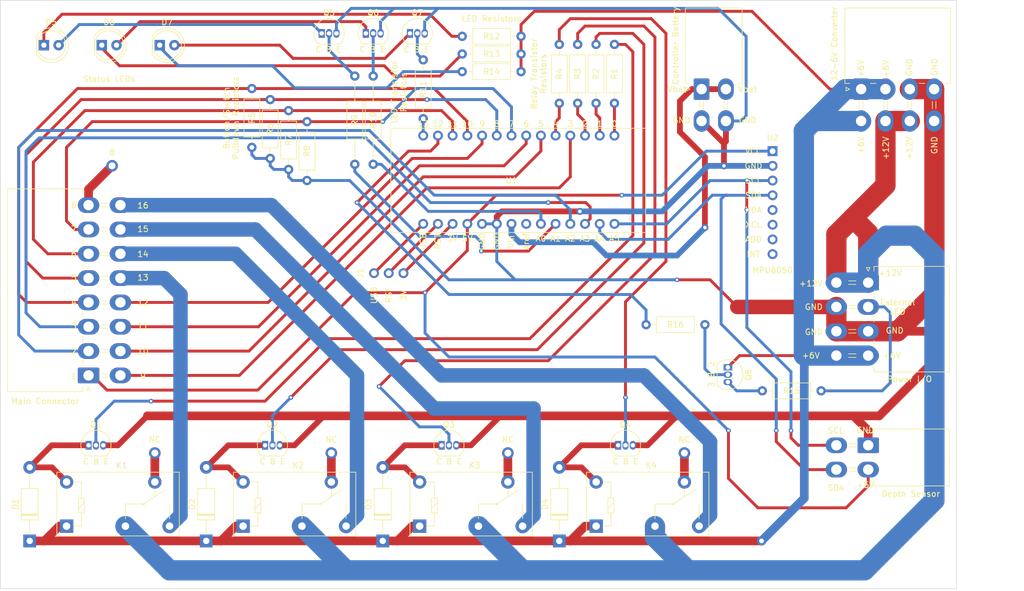
<source format=kicad_pcb>
(kicad_pcb (version 20221018) (generator pcbnew)
  (title_block (title "Umptysquatch X Electronics") (date "12/15/2022") (rev "1") (company "Sussex Tech Engineering"))
  (layers (0 "F.Cu" signal) (31 "B.Cu" signal) (34 "B.Paste" user) (35 "F.Paste" user) (36 "B.SilkS" user "B.Silkscreen") (37 "F.SilkS" user "F.Silkscreen") (38 "B.Mask" user) (39 "F.Mask" user) (44 "Edge.Cuts" user))
  (net 0 "")
  (footprint "Resistor_THT:R_Axial_DIN0207_L6.3mm_D2.5mm_P10.16mm_Horizontal" (layer "F.Cu") (at 105.2195 74.93 90)
    (fp_text reference "R7")
    (fp_text value "R_Axial_DIN0207_L6.3mm_D2.5mm_P10.16mm_Horizontal" hide)
  )
  (footprint "Resistor_THT:R_Axial_DIN0207_L6.3mm_D2.5mm_P10.16mm_Horizontal" (layer "F.Cu") (at 161.4805 63.5 90)
    (fp_text reference "R1")
    (fp_text value "R_Axial_DIN0207_L6.3mm_D2.5mm_P10.16mm_Horizontal" hide)
  )
  (footprint "Connector_Molex:Molex_Mini-Fit_Jr_5569-08A2_2x04_P4.20mm_Horizontal" (layer "F.Cu") (at 204.0755 61.06)
    (fp_text reference "12-6V Converter")
    (fp_text value "Molex_Mini-Fit_Jr_5569-08A2_2x04_P4.20mm_Horizontal")
  )
  (footprint "Diode_THT:D_DO-41_SOD81_P12.70mm_Horizontal" (layer "F.Cu") (at 60.5155 139.065 90)
    (fp_text reference "D1")
    (fp_text value "D_DO-41_SOD81_P12.70mm_Horizontal")
  )
  (footprint "Package_TO_SOT_THT:TO-92_Inline" (layer "F.Cu") (at 126.1745 51.435)
    (fp_text reference "Q7")
    (fp_text value "TO-92_Inline")
  )
  (footprint "Package_TO_SOT_THT:TO-92_Inline" (layer "F.Cu") (at 118.5545 51.435)
    (fp_text reference "Q6")
    (fp_text value "TO-92_Inline")
  )
  (footprint "LED_THT:LED_D5.0mm" (layer "F.Cu") (at 62.9615 53.467)
    (fp_text reference "D5")
    (fp_text value "LED_D5.0mm")
  )
  (footprint "Resistor_THT:R_Axial_DIN0207_L6.3mm_D2.5mm_P10.16mm_Horizontal" (layer "F.Cu") (at 102.0445 73.025 90)
    (fp_text reference "R6")
    (fp_text value "R_Axial_DIN0207_L6.3mm_D2.5mm_P10.16mm_Horizontal" hide)
  )
  (footprint "Resistor_THT:R_Axial_DIN0207_L6.3mm_D2.5mm_P10.16mm_Horizontal" (layer "F.Cu") (at 158.3055 63.5 90)
    (fp_text reference "R2")
    (fp_text value "R_Axial_DIN0207_L6.3mm_D2.5mm_P10.16mm_Horizontal" hide)
  )
  (footprint "Diode_THT:D_DO-41_SOD81_P12.70mm_Horizontal" (layer "F.Cu") (at 90.9955 139.065 90)
    (fp_text reference "D2")
    (fp_text value "D_DO-41_SOD81_P12.70mm_Horizontal")
  )
  (footprint "Package_TO_SOT_THT:TO-92_Inline" (layer "F.Cu") (at 131.6355 122.555)
    (fp_text reference "Q3")
    (fp_text value "TO-92_Inline")
  )
  (footprint "Relay_THT:Relay_SPDT_Omron-G5Q-1" (layer "F.Cu") (at 97.3605 136.515)
    (fp_text reference "K2")
    (fp_text value "Relay_SPDT_Omron-G5Q-1")
  )
  (footprint "Package_TO_SOT_THT:TO-92_Inline" (layer "F.Cu") (at 110.9345 51.435)
    (fp_text reference "Q5")
    (fp_text value "TO-92_Inline")
  )
  (footprint "LED_THT:LED_D5.0mm" (layer "F.Cu") (at 82.9615 53.467)
    (fp_text reference "D7")
    (fp_text value "LED_D5.0mm")
  )
  (footprint "Connector_PinHeader_2.54mm:PinHeader_1x03_P2.54mm_Vertical" (layer "F.Cu") (at 119.9665 92.837 90)
    (fp_text reference "J1")
    (fp_text value "PinHeader_1x03_P2.54mm_Vertical" hide)
  )
  (footprint "Connector_Molex:Molex_Mini-Fit_Jr_5569-04A2_2x02_P4.20mm_Horizontal" (layer "F.Cu") (at 176.5255 61.06)
    (fp_text reference "Controller Battery")
    (fp_text value "Molex_Mini-Fit_Jr_5569-04A2_2x02_P4.20mm_Horizontal")
  )
  (footprint "Resistor_THT:R_Axial_DIN0207_L6.3mm_D2.5mm_P10.16mm_Horizontal" (layer "F.Cu") (at 151.9555 63.5 90)
    (fp_text reference "R4")
    (fp_text value "R_Axial_DIN0207_L6.3mm_D2.5mm_P10.16mm_Horizontal" hide)
  )
  (footprint "Resistor_THT:R_Axial_DIN0207_L6.3mm_D2.5mm_P15.24mm_Horizontal" (layer "F.Cu") (at 119.8245 58.801 -90)
    (fp_text reference "R10")
    (fp_text value "R_Axial_DIN0207_L6.3mm_D2.5mm_P15.24mm_Horizontal" hide)
  )
  (footprint "Package_TO_SOT_THT:TO-92_Inline" (layer "F.Cu") (at 181.0595 109.093 -90)
    (fp_text reference "Q8")
    (fp_text value "TO-92_Inline")
  )
  (footprint "Relay_THT:Relay_SPDT_Omron-G5Q-1" (layer "F.Cu") (at 127.8405 136.515)
    (fp_text reference "K3")
    (fp_text value "Relay_SPDT_Omron-G5Q-1")
  )
  (footprint "Resistor_THT:R_Axial_DIN0207_L6.3mm_D2.5mm_P10.16mm_Horizontal" (layer "F.Cu") (at 108.3945 76.835 90)
    (fp_text reference "R8")
    (fp_text value "R_Axial_DIN0207_L6.3mm_D2.5mm_P10.16mm_Horizontal" hide)
  )
  (footprint "custom_footprints:metro_mini" (layer "F.Cu") (at 143.7005 76.2)
    (fp_text reference "U1")
    (fp_text value "metro_mini")
  )
  (footprint "Resistor_THT:R_Axial_DIN0207_L6.3mm_D2.5mm_P10.16mm_Horizontal" (layer "F.Cu") (at 128.4605 66.167 90)
    (fp_text reference "R11")
    (fp_text value "R_Axial_DIN0207_L6.3mm_D2.5mm_P10.16mm_Horizontal" hide)
  )
  (footprint "Resistor_THT:R_Axial_DIN0207_L6.3mm_D2.5mm_P10.16mm_Horizontal" (layer "F.Cu") (at 177.1015 101.727 180)
    (fp_text reference "R16")
    (fp_text value "R_Axial_DIN0207_L6.3mm_D2.5mm_P10.16mm_Horizontal" hide)
  )
  (footprint "Connector_Molex:Molex_Mini-Fit_Jr_5569-08A2_2x04_P4.20mm_Horizontal" (layer "F.Cu") (at 205.2955 94.47 -90)
    (fp_text reference "Power I/O")
    (fp_text value "Molex_Mini-Fit_Jr_5569-08A2_2x04_P4.20mm_Horizontal")
  )
  (footprint "Package_TO_SOT_THT:TO-92_Inline" (layer "F.Cu") (at 162.1155 122.555)
    (fp_text reference "Q4")
    (fp_text value "TO-92_Inline")
  )
  (footprint "Resistor_THT:R_Axial_DIN0207_L6.3mm_D2.5mm_P10.16mm_Horizontal" (layer "F.Cu") (at 98.8695 71.12 90)
    (fp_text reference "R5")
    (fp_text value "R_Axial_DIN0207_L6.3mm_D2.5mm_P10.16mm_Horizontal" hide)
  )
  (footprint "Resistor_THT:R_Axial_DIN0207_L6.3mm_D2.5mm_P10.16mm_Horizontal" (layer "F.Cu") (at 145.3515 54.991 180)
    (fp_text reference "R13")
    (fp_text value "R_Axial_DIN0207_L6.3mm_D2.5mm_P10.16mm_Horizontal" hide)
  )
  (footprint "Connector_PinHeader_2.54mm:PinHeader_1x01_P2.54mm_Vertical" (layer "F.Cu") (at 74.7395 74.295)
    (fp_text reference "8")
    (fp_text value "PinHeader_1x01_P2.54mm_Vertical" hide)
  )
  (footprint "Resistor_THT:R_Axial_DIN0207_L6.3mm_D2.5mm_P10.16mm_Horizontal" (layer "F.Cu") (at 155.1305 63.5 90)
    (fp_text reference "R3")
    (fp_text value "R_Axial_DIN0207_L6.3mm_D2.5mm_P10.16mm_Horizontal" hide)
  )
  (footprint "Connector_PinHeader_2.54mm:PinHeader_1x01_P2.54mm_Vertical" (layer "F.Cu") (at 112.6005 123.895)
    (fp_text reference "NC")
    (fp_text value "PinHeader_1x01_P2.54mm_Vertical" hide)
  )
  (footprint "Connector_PinHeader_2.54mm:PinHeader_1x01_P2.54mm_Vertical" (layer "F.Cu") (at 143.0805 123.895)
    (fp_text reference "NC")
    (fp_text value "PinHeader_1x01_P2.54mm_Vertical" hide)
  )
  (footprint "Package_TO_SOT_THT:TO-92_Inline" (layer "F.Cu") (at 70.6755 122.555)
    (fp_text reference "Q1")
    (fp_text value "TO-92_Inline")
  )
  (footprint "Relay_THT:Relay_SPDT_Omron-G5Q-1" (layer "F.Cu") (at 158.3205 136.515)
    (fp_text reference "K4")
    (fp_text value "Relay_SPDT_Omron-G5Q-1")
  )
  (footprint "Resistor_THT:R_Axial_DIN0207_L6.3mm_D2.5mm_P10.16mm_Horizontal" (layer "F.Cu") (at 145.3515 58.039 180)
    (fp_text reference "R14")
    (fp_text value "R_Axial_DIN0207_L6.3mm_D2.5mm_P10.16mm_Horizontal" hide)
  )
  (footprint "Connector_Molex:Molex_Mini-Fit_Jr_5569-04A2_2x02_P4.20mm_Horizontal" (layer "F.Cu") (at 205.2955 122.555 -90)
    (fp_text reference "Depth Sensor")
    (fp_text value "Molex_Mini-Fit_Jr_5569-04A2_2x02_P4.20mm_Horizontal")
  )
  (footprint "Resistor_THT:R_Axial_DIN0207_L6.3mm_D2.5mm_P10.16mm_Horizontal" (layer "F.Cu") (at 145.3515 51.943 180)
    (fp_text reference "R12")
    (fp_text value "R_Axial_DIN0207_L6.3mm_D2.5mm_P10.16mm_Horizontal" hide)
  )
  (footprint "Relay_THT:Relay_SPDT_Omron-G5Q-1" (layer "F.Cu") (at 66.8805 136.515)
    (fp_text reference "K1")
    (fp_text value "Relay_SPDT_Omron-G5Q-1")
  )
  (footprint "LED_THT:LED_D5.0mm" (layer "F.Cu") (at 72.9615 53.467)
    (fp_text reference "D6")
    (fp_text value "LED_D5.0mm")
  )
  (footprint "Diode_THT:D_DO-41_SOD81_P12.70mm_Horizontal" (layer "F.Cu") (at 121.4755 139.065 90)
    (fp_text reference "D3")
    (fp_text value "D_DO-41_SOD81_P12.70mm_Horizontal")
  )
  (footprint "Connector_PinHeader_2.54mm:PinHeader_1x01_P2.54mm_Vertical" (layer "F.Cu") (at 82.1205 123.895)
    (fp_text reference "NC")
    (fp_text value "PinHeader_1x01_P2.54mm_Vertical" hide)
  )
  (footprint "Resistor_THT:R_Axial_DIN0207_L6.3mm_D2.5mm_P15.24mm_Horizontal" (layer "F.Cu") (at 116.6495 58.801 -90)
    (fp_text reference "R9")
    (fp_text value "R_Axial_DIN0207_L6.3mm_D2.5mm_P15.24mm_Horizontal" hide)
  )
  (footprint "Resistor_THT:R_Axial_DIN0207_L6.3mm_D2.5mm_P10.16mm_Horizontal" (layer "F.Cu") (at 197.1675 113.157 180)
    (fp_text reference "R15")
    (fp_text value "R_Axial_DIN0207_L6.3mm_D2.5mm_P10.16mm_Horizontal" hide)
  )
  (footprint "Diode_THT:D_DO-41_SOD81_P12.70mm_Horizontal" (layer "F.Cu") (at 151.9555 139.065 90)
    (fp_text reference "D4")
    (fp_text value "D_DO-41_SOD81_P12.70mm_Horizontal")
  )
  (footprint "Connector_Molex:Molex_Mini-Fit_Jr_5569-16A2_2x08_P4.20mm_Horizontal" (layer "F.Cu") (at 70.6755 110.49 90)
    (fp_text reference "Main Connector")
    (fp_text value "Molex_Mini-Fit_Jr_5569-16A2_2x08_P4.20mm_Horizontal")
  )
  (footprint "Package_TO_SOT_THT:TO-92_Inline" (layer "F.Cu") (at 101.1555 122.555)
    (fp_text reference "Q2")
    (fp_text value "TO-92_Inline")
  )
  (footprint "custom_footprints:mpu6050" (layer "F.Cu") (at 188.7855 79.39)
    (fp_text reference "U2")
    (fp_text value "mpu6050")
  )
  (footprint "Connector_PinHeader_2.54mm:PinHeader_1x01_P2.54mm_Vertical" (layer "F.Cu") (at 173.5605 123.895)
    (fp_text reference "NC")
    (fp_text value "PinHeader_1x01_P2.54mm_Vertical" hide)
  )
  (gr_rect (start 55.4355 45.72) (end 220.5355 147.32) (stroke (width 0.1)) (fill none) (layer "Edge.Cuts"))
  (gr_text "+12V\n" (at 209.1055 92.837) (layer "F.SilkS") (effects (font (size 1 1))))
  (gr_text "5" (at 68.1355 93.599) (layer "F.SilkS") (effects (font (size 1 1))))
  (gr_text "+6V" (at 195.3895 107.061) (layer "F.SilkS") (effects (font (size 1 1))))
  (gr_text "GND" (at 204.7875 119.955) (layer "F.SilkS") (effects (font (size 1 1))))
  (gr_text "SDA" (at 199.7075 129.921) (layer "F.SilkS") (effects (font (size 1 1))))
  (gr_text "GND" (at 195.8975 98.679) (layer "F.SilkS") (effects (font (size 1 1))))
  (gr_text "+6V" (at 204.0255 57.531 90) (layer "F.SilkS") (effects (font (size 1 1))))
  (gr_text "GND" (at 184.4675 66.421) (layer "F.SilkS") (effects (font (size 1 1))))
  (gr_text "LED Resistors" (at 140.2715 48.895) (layer "F.SilkS") (effects (font (size 1 1))))
  (gr_text "14\n" (at 80.0735 89.535) (layer "F.SilkS") (effects (font (size 1 1))))
  (gr_text "11" (at 80.0735 101.981) (layer "F.SilkS") (effects (font (size 1 1))))
  (gr_text "13" (at 80.0735 93.599) (layer "F.SilkS") (effects (font (size 1 1))))
  (gr_text "LED Transistor\nResistors" (at 124.2695 61.595 90) (layer "F.SilkS") (effects (font (size 1 1))))
  (gr_text "12" (at 80.0735 97.917) (layer "F.SilkS") (effects (font (size 1 1))))
  (gr_text "15" (at 80.0735 85.217) (layer "F.SilkS") (effects (font (size 1 1))))
  (gr_text "Status LEDs" (at 74.2315 59.309) (layer "F.SilkS") (effects (font (size 1 1))))
  (gr_text "+6V" (at 209.3595 107.061) (layer "F.SilkS") (effects (font (size 1 1))))
  (gr_text "1" (at 68.1355 110.617) (layer "F.SilkS") (effects (font (size 1 1))))
  (gr_text "Button/Switch\nPulldown Resistors" (at 95.3135 66.04 90) (layer "F.SilkS") (effects (font (size 1 1))))
  (gr_text "+12V" (at 212.4075 71.247 90) (layer "F.SilkS") (effects (font (size 1 1))))
  (gr_text "C B E" (at 127.3175 54.229) (layer "F.SilkS") (effects (font (size 1 1))))
  (gr_text "Relay Transistor\nResistors" (at 148.3995 58.42 90) (layer "F.SilkS") (effects (font (size 1 1))))
  (gr_text "C B E" (at 112.0775 54.229) (layer "F.SilkS") (effects (font (size 1 1))))
  (gr_text "C B E" (at 71.9455 125.349) (layer "F.SilkS") (effects (font (size 1 1))))
  (gr_text "9" (at 80.0735 110.617) (layer "F.SilkS") (effects (font (size 1 1))))
  (gr_text "SCL" (at 199.7075 120.015) (layer "F.SilkS") (effects (font (size 1 1))))
  (gr_text "C B E" (at 178.1175 110.363 -90) (layer "F.SilkS") (effects (font (size 1 1))))
  (gr_text "GND" (at 216.7255 57.277 90) (layer "F.SilkS") (effects (font (size 1 1))))
  (gr_text "Vbat" (at 184.4675 61.087) (layer "F.SilkS") (effects (font (size 1 1))))
  (gr_text "16" (at 80.0735 81.153) (layer "F.SilkS") (effects (font (size 1 1))))
  (gr_text "4" (at 68.1355 97.917) (layer "F.SilkS") (effects (font (size 1 1))))
  (gr_text "+6V" (at 204.0255 70.739 90) (layer "F.SilkS") (effects (font (size 1 1))))
  (gr_text "+12V" (at 208.3435 71.247 90) (layer "F.SilkS") (effects (font (size 1 1))))
  (gr_text "+5V" (at 204.7875 129.413) (layer "F.SilkS") (effects (font (size 1 1))))
  (gr_text "8" (at 68.1355 81.153) (layer "F.SilkS") (effects (font (size 1 1))))
  (gr_text "3" (at 68.1355 101.981) (layer "F.SilkS") (effects (font (size 1 1))))
  (gr_text "C B E" (at 132.9055 125.349) (layer "F.SilkS") (effects (font (size 1 1))))
  (gr_text "Vbat" (at 172.2755 61.087) (layer "F.SilkS") (effects (font (size 1 1))))
  (gr_text "2" (at 68.1355 106.299) (layer "F.SilkS") (effects (font (size 1 1))))
  (gr_text "External\nLED" (at 210.3755 98.679) (layer "F.SilkS") (effects (font (size 1 1))))
  (gr_text "GND" (at 173.0375 66.421) (layer "F.SilkS") (effects (font (size 1 1))))
  (gr_text "GND" (at 216.7255 70.739 90) (layer "F.SilkS") (effects (font (size 1 1))))
  (gr_text "10" (at 80.0735 106.299) (layer "F.SilkS") (effects (font (size 1 1))))
  (gr_text "C B E" (at 119.6975 54.229) (layer "F.SilkS") (effects (font (size 1 1))))
  (gr_text "C B E" (at 163.3855 125.349) (layer "F.SilkS") (effects (font (size 1 1))))
  (gr_text "GND" (at 212.4075 57.277 90) (layer "F.SilkS") (effects (font (size 1 1))))
  (gr_text "C B E" (at 102.4255 125.349) (layer "F.SilkS") (effects (font (size 1 1))))
  (gr_text "6" (at 68.1355 89.535) (layer "F.SilkS") (effects (font (size 1 1))))
  (gr_text "+12V" (at 195.3895 94.615) (layer "F.SilkS") (effects (font (size 1 1))))
  (gr_text "7" (at 68.1355 85.217) (layer "F.SilkS") (effects (font (size 1 1))))
  (gr_text "GND" (at 209.8675 102.743) (layer "F.SilkS") (effects (font (size 1 1))))
  (gr_text "+6V" (at 208.3435 57.531 90) (layer "F.SilkS") (effects (font (size 1 1))))
  (gr_text "MPU6050" (at 188.7855 92.329) (layer "F.SilkS") (effects (font (size 1 1))))
  (gr_text "GND" (at 195.8975 102.997) (layer "F.SilkS") (effects (font (size 1 1))))
  (segment (start 151.9555 78.105) (end 153.8605 76.2) (width 0.5) (layer "F.Cu") (net 0))
  (segment (start 122.5065 92.814) (end 122.5065 92.837) (width 0.5) (layer "F.Cu") (net 0))
  (segment (start 66.8655 83.82) (end 66.8655 71.12) (width 0.5) (layer "F.Cu") (net 0))
  (segment (start 129.0955 78.105) (end 151.9555 78.105) (width 0.5) (layer "F.Cu") (net 0))
  (segment (start 76.1755 97.89) (end 101.6905 97.89) (width 0.5) (layer "F.Cu") (net 0))
  (segment (start 73.2155 122.555) (end 75.7555 122.555) (width 1) (layer "F.Cu") (net 0))
  (segment (start 180.3885 70.423) (end 176.5255 66.56) (width 1) (layer "F.Cu") (net 0))
  (segment (start 116.713 96.2025) (end 128.778 96.2025) (width 0.5) (layer "F.Cu") (net 0))
  (segment (start 64.3505 126.365) (end 60.5155 126.365) (width 1) (layer "F.Cu") (net 0))
  (segment (start 167.1955 122.555) (end 172.2755 117.475) (width 1) (layer "F.Cu") (net 0))
  (segment (start 59.8805 72.39) (end 69.4055 62.865) (width 0.5) (layer "F.Cu") (net 0))
  (segment (start 184.3255 76.85) (end 184.3255 81.9) (width 0.5) (layer "F.Cu") (net 0))
  (segment (start 199.7955 122.555) (end 193.2305 122.555) (width 0.5) (layer "F.Cu") (net 0))
  (segment (start 142.4305 74.295) (end 146.2405 70.485) (width 0.5) (layer "F.Cu") (net 0))
  (segment (start 166.5605 53.34) (end 166.5605 87.63) (width 0.5) (layer "F.Cu") (net 0))
  (segment (start 177.1015 84.963) (end 177.1015 72.771) (width 1) (layer "F.Cu") (net 0))
  (segment (start 216.7255 96.52) (end 210.3755 102.87) (width 3.5) (layer "F.Cu") (net 0))
  (segment (start 199.7955 126.755) (end 194.2555 126.755) (width 0.5) (layer "F.Cu") (net 0))
  (segment (start 205.2955 102.87) (end 215.4555 102.87) (width 1.5) (layer "F.Cu") (net 0))
  (segment (start 153.8605 76.2) (end 153.8605 69.08) (width 0.5) (layer "F.Cu") (net 0))
  (segment (start 180.3885 74.31) (end 180.3885 70.423) (width 1) (layer "F.Cu") (net 0))
  (segment (start 158.3205 128.895) (end 155.7905 126.365) (width 1) (layer "F.Cu") (net 0))
  (segment (start 129.6035 48.133) (end 66.1035 48.133) (width 0.5) (layer "F.Cu") (net 0))
  (segment (start 164.6555 86.36) (end 164.6555 54.61) (width 0.5) (layer "F.Cu") (net 0))
  (segment (start 94.8055 122.555) (end 90.9955 126.365) (width 1) (layer "F.Cu") (net 0))
  (segment (start 191.9605 121.285) (end 191.9605 120.015) (width 0.5) (layer "F.Cu") (net 0))
  (segment (start 166.5605 87.63) (end 148.1455 106.045) (width 0.5) (layer "F.Cu") (net 0))
  (segment (start 199.7955 86.145) (end 199.7955 94.47) (width 3.5) (layer "F.Cu") (net 0))
  (segment (start 126.5655 136.515) (end 124.0155 139.065) (width 1.5) (layer "F.Cu") (net 0))
  (segment (start 106.2355 122.555) (end 111.3155 117.475) (width 1) (layer "F.Cu") (net 0))
  (segment (start 151.3205 84.32) (end 146.6135 89.027) (width 0.5) (layer "F.Cu") (net 0))
  (segment (start 194.2555 126.755) (end 189.4205 121.92) (width 0.5) (layer "F.Cu") (net 0))
  (segment (start 101.6905 97.89) (end 126.5555 73.025) (width 0.5) (layer "F.Cu") (net 0))
  (segment (start 105.9815 55.753) (end 121.8565 55.753) (width 0.5) (layer "F.Cu") (net 0))
  (segment (start 70.6755 122.555) (end 64.3255 122.555) (width 1) (layer "F.Cu") (net 0))
  (segment (start 72.9615 53.975) (end 72.9615 53.467) (width 0.5) (layer "F.Cu") (net 0))
  (segment (start 63.6455 89.49) (end 61.1505 86.995) (width 0.5) (layer "F.Cu") (net 0))
  (segment (start 156.4105 136.515) (end 153.8605 139.065) (width 1.5) (layer "F.Cu") (net 0))
  (segment (start 76.1755 106.29) (end 98.3705 106.29) (width 0.5) (layer "F.Cu") (net 0))
  (segment (start 113.8555 106.045) (end 105.6005 114.3) (width 0.5) (layer "F.Cu") (net 0))
  (segment (start 215.4555 102.87) (end 216.7255 104.14) (width 1.5) (layer "F.Cu") (net 0))
  (segment (start 157.2895 83.431) (end 156.4005 84.32) (width 0.5) (layer "F.Cu") (net 0))
  (segment (start 161.4805 63.5) (end 161.4805 69.08) (width 0.5) (layer "F.Cu") (net 0))
  (segment (start 177.9905 93.98) (end 182.6805 98.67) (width 0.5) (layer "F.Cu") (net 0))
  (segment (start 148.1455 106.045) (end 113.8555 106.045) (width 0.5) (layer "F.Cu") (net 0))
  (segment (start 202.7555 117.475) (end 80.8355 117.475) (width 1.5) (layer "F.Cu") (net 0))
  (segment (start 216.7255 104.14) (end 216.7255 107.95) (width 1.5) (layer "F.Cu") (net 0))
  (segment (start 155.1305 51.435) (end 156.4005 50.165) (width 0.5) (layer "F.Cu") (net 0))
  (segment (start 183.0825 107.07) (end 181.0595 109.093) (width 0.5) (layer "F.Cu") (net 0))
  (segment (start 216.6755 61.06) (end 212.4755 61.06) (width 3.5) (layer "F.Cu") (net 0))
  (segment (start 58.6105 71.12) (end 68.7705 60.96) (width 0.5) (layer "F.Cu") (net 0))
  (segment (start 112.6005 123.895) (end 112.6005 128.895) (width 1.5) (layer "F.Cu") (net 0))
  (segment (start 153.8605 139.065) (end 124.0155 139.065) (width 1.5) (layer "F.Cu") (net 0))
  (segment (start 111.9505 104.14) (end 146.8755 104.14) (width 0.5) (layer "F.Cu") (net 0))
  (segment (start 74.7395 74.295) (end 70.6755 78.359) (width 1.5) (layer "F.Cu") (net 0))
  (segment (start 119.9665 92.837) (end 128.4605 84.343) (width 0.5) (layer "F.Cu") (net 0))
  (segment (start 63.0555 139.065) (end 60.5155 139.065) (width 1.5) (layer "F.Cu") (net 0))
  (segment (start 76.1755 102.09) (end 100.0305 102.09) (width 0.5) (layer "F.Cu") (net 0))
  (segment (start 155.7655 122.555) (end 151.9555 126.365) (width 1) (layer "F.Cu") (net 0))
  (segment (start 158.3055 65.405) (end 158.9405 66.04) (width 0.5) (layer "F.Cu") (net 0))
  (segment (start 125.0465 92.814) (end 125.0465 92.837) (width 0.5) (layer "F.Cu") (net 0))
  (segment (start 70.6755 110.49) (end 71.3105 110.49) (width 0.5) (layer "F.Cu") (net 0))
  (segment (start 129.7305 71.755) (end 125.9205 71.755) (width 0.5) (layer "F.Cu") (net 0))
  (segment (start 170.3705 90.805) (end 163.3855 97.79) (width 0.5) (layer "F.Cu") (net 0))
  (segment (start 70.6755 93.69) (end 62.7655 93.69) (width 0.5) (layer "F.Cu") (net 0))
  (segment (start 208.2755 66.56) (end 212.4755 66.56) (width 3.5) (layer "F.Cu") (net 0))
  (segment (start 136.0805 73.025) (end 138.6205 70.485) (width 0.5) (layer "F.Cu") (net 0))
  (segment (start 71.3105 110.49) (end 73.8505 113.03) (width 0.5) (layer "F.Cu") (net 0))
  (segment (start 85.5015 53.467) (end 103.6955 53.467) (width 0.5) (layer "F.Cu") (net 0))
  (segment (start 199.7955 98.67) (end 199.7955 102.87) (width 3.5) (layer "F.Cu") (net 0))
  (segment (start 70.6755 89.49) (end 63.6455 89.49) (width 0.5) (layer "F.Cu") (net 0))
  (segment (start 151.9555 63.5) (end 151.9555 66.04) (width 0.5) (layer "F.Cu") (net 0))
  (segment (start 135.1915 51.943) (end 133.4135 51.943) (width 0.5) (layer "F.Cu") (net 0))
  (segment (start 205.2955 85.93) (end 202.653 83.2875) (width 3.5) (layer "F.Cu") (net 0))
  (segment (start 204.0755 61.06) (end 198.6645 61.06) (width 0.5) (layer "F.Cu") (net 0))
  (segment (start 144.3355 76.2) (end 148.7805 71.755) (width 0.5) (layer "F.Cu") (net 0))
  (segment (start 164.6555 51.435) (end 166.5605 53.34) (width 0.5) (layer "F.Cu") (net 0))
  (segment (start 62.7655 93.69) (end 59.8805 90.805) (width 0.5) (layer "F.Cu") (net 0))
  (segment (start 133.4135 51.943) (end 129.6035 48.133) (width 0.5) (layer "F.Cu") (net 0))
  (segment (start 151.3205 66.675) (end 151.3205 69.08) (width 0.5) (layer "F.Cu") (net 0))
  (segment (start 66.8805 128.895) (end 64.3505 126.365) (width 1) (layer "F.Cu") (net 0))
  (segment (start 163.3855 53.34) (end 161.4805 53.34) (width 0.5) (layer "F.Cu") (net 0))
  (segment (start 135.1915 54.991) (end 131.3815 58.801) (width 0.5) (layer "F.Cu") (net 0))
  (segment (start 93.5355 139.065) (end 63.0555 139.065) (width 1.5) (layer "F.Cu") (net 0))
  (segment (start 158.3055 63.5) (end 158.3055 65.405) (width 0.5) (layer "F.Cu") (net 0))
  (segment (start 177.1015 72.771) (end 172.7835 68.453) (width 1) (layer "F.Cu") (net 0))
  (segment (start 158.3205 136.515) (end 156.4105 136.515) (width 1.5) (layer "F.Cu") (net 0))
  (segment (start 100.0305 102.09) (end 127.8255 74.295) (width 0.5) (layer "F.Cu") (net 0))
  (segment (start 208.2755 77.665) (end 202.653 83.2875) (width 3.5) (layer "F.Cu") (net 0))
  (segment (start 164.6555 122.555) (end 167.1955 122.555) (width 1) (layer "F.Cu") (net 0))
  (segment (start 185.2295 47.625) (end 147.6375 47.625) (width 0.5) (layer "F.Cu") (net 0))
  (segment (start 66.8655 71.12) (end 71.3105 66.675) (width 0.5) (layer "F.Cu") (net 0))
  (segment (start 94.8305 126.365) (end 90.9955 126.365) (width 1) (layer "F.Cu") (net 0))
  (segment (start 180.7255 70.086) (end 180.3885 70.423) (width 1) (layer "F.Cu") (net 0))
  (segment (start 68.3355 85.29) (end 66.8655 83.82) (width 0.5) (layer "F.Cu") (net 0))
  (segment (start 121.7295 57.023) (end 76.0095 57.023) (width 0.5) (layer "F.Cu") (net 0))
  (segment (start 128.4605 84.343) (end 128.4605 84.32) (width 0.5) (layer "F.Cu") (net 0))
  (segment (start 130.3655 60.96) (end 136.0805 66.675) (width 0.5) (layer "F.Cu") (net 0))
  (segment (start 101.1555 114.935) (end 111.9505 104.14) (width 0.5) (layer "F.Cu") (net 0))
  (segment (start 201.4855 133.35) (end 186.2455 133.35) (width 0.5) (layer "F.Cu") (net 0))
  (segment (start 121.4755 126.365) (end 125.3105 126.365) (width 1) (layer "F.Cu") (net 0))
  (segment (start 61.1505 73.66) (end 70.0405 64.77) (width 0.5) (layer "F.Cu") (net 0))
  (segment (start 128.4605 76.2) (end 144.3355 76.2) (width 0.5) (layer "F.Cu") (net 0))
  (segment (start 176.5255 61.06) (end 180.7255 61.06) (width 1) (layer "F.Cu") (net 0))
  (segment (start 70.6755 85.29) (end 68.3355 85.29) (width 0.5) (layer "F.Cu") (net 0))
  (segment (start 164.6555 54.61) (end 163.3855 53.34) (width 0.5) (layer "F.Cu") (net 0))
  (segment (start 173.5605 123.895) (end 173.5605 128.895) (width 1.5) (layer "F.Cu") (net 0))
  (segment (start 98.3705 106.29) (end 128.4605 76.2) (width 0.5) (layer "F.Cu") (net 0))
  (segment (start 156.4005 66.675) (end 156.4005 69.08) (width 0.5) (layer "F.Cu") (net 0))
  (segment (start 174.8425 61.06) (end 176.5255 61.06) (width 1) (layer "F.Cu") (net 0))
  (segment (start 158.9405 51.435) (end 164.6555 51.435) (width 0.5) (layer "F.Cu") (net 0))
  (segment (start 184.3255 81.9) (end 184.3405 81.915) (width 0.5) (layer "F.Cu") (net 0))
  (segment (start 199.7955 98.67) (end 182.6805 98.67) (width 2.5) (layer "F.Cu") (net 0))
  (segment (start 69.4055 62.865) (end 129.0955 62.865) (width 0.5) (layer "F.Cu") (net 0))
  (segment (start 103.6955 122.555) (end 106.2355 122.555) (width 1) (layer "F.Cu") (net 0))
  (segment (start 131.0005 70.485) (end 129.7305 71.755) (width 0.5) (layer "F.Cu") (net 0))
  (segment (start 155.1305 65.405) (end 156.4005 66.675) (width 0.5) (layer "F.Cu") (net 0))
  (segment (start 125.2855 107.95) (end 120.8405 112.395) (width 0.5) (layer "F.Cu") (net 0))
  (segment (start 172.7835 68.453) (end 172.7835 63.119) (width 1) (layer "F.Cu") (net 0))
  (segment (start 168.4655 89.535) (end 150.0505 107.95) (width 0.5) (layer "F.Cu") (net 0))
  (segment (start 186.2455 133.35) (end 181.1655 128.27) (width 0.5) (layer "F.Cu") (net 0))
  (segment (start 151.9555 50.8) (end 153.8605 48.895) (width 0.5) (layer "F.Cu") (net 0))
  (segment (start 64.3255 122.555) (end 60.5155 126.365) (width 1) (layer "F.Cu") (net 0))
  (segment (start 97.3605 128.895) (end 94.8305 126.365) (width 1) (layer "F.Cu") (net 0))
  (segment (start 136.0805 88.9) (end 128.778 96.2025) (width 0.5) (layer "F.Cu") (net 0))
  (segment (start 205.2955 94.47) (end 205.2955 85.93) (width 3.5) (layer "F.Cu") (net 0))
  (segment (start 142.0495 82.169) (end 141.1605 83.058) (width 1) (layer "F.Cu") (net 0))
  (segment (start 65.6055 136.515) (end 63.0555 139.065) (width 1.5) (layer "F.Cu") (net 0))
  (segment (start 210.3755 102.87) (end 205.2955 102.87) (width 3.5) (layer "F.Cu") (net 0))
  (segment (start 73.8505 113.03) (end 99.8855 113.03) (width 0.5) (layer "F.Cu") (net 0))
  (segment (start 131.6355 122.555) (end 125.2855 122.555) (width 1) (layer "F.Cu") (net 0))
  (segment (start 181.1655 128.27) (end 181.1655 120.015) (width 0.5) (layer "F.Cu") (net 0))
  (segment (start 157.2895 81.407) (end 157.2895 83.431) (width 0.5) (layer "F.Cu") (net 0))
  (segment (start 131.3815 58.801) (end 123.5075 58.801) (width 0.5) (layer "F.Cu") (net 0))
  (segment (start 143.0805 123.895) (end 143.0805 128.895) (width 1.5) (layer "F.Cu") (net 0))
  (segment (start 172.2755 93.98) (end 177.9905 93.98) (width 0.5) (layer "F.Cu") (net 0))
  (segment (start 205.2955 129.54) (end 201.4855 133.35) (width 0.5) (layer "F.Cu") (net 0))
  (segment (start 146.8755 104.14) (end 164.6555 86.36) (width 0.5) (layer "F.Cu") (net 0))
  (segment (start 158.9405 66.04) (end 158.9405 69.08) (width 0.5) (layer "F.Cu") (net 0))
  (segment (start 96.7105 110.49) (end 129.0955 78.105) (width 0.5) (layer "F.Cu") (net 0))
  (segment (start 133.5405 66.675) (end 133.5405 69.08) (width 0.5) (layer "F.Cu") (net 0))
  (segment (start 131.6355 64.77) (end 133.5405 66.675) (width 0.5) (layer "F.Cu") (net 0))
  (segment (start 138.6205 70.485) (end 138.6205 69.08) (width 0.5) (layer "F.Cu") (net 0))
  (segment (start 76.0095 57.023) (end 72.9615 53.975) (width 0.5) (layer "F.Cu") (net 0))
  (segment (start 133.5405 84.32) (end 125.0465 92.814) (width 0.5) (layer "F.Cu") (net 0))
  (segment (start 156.4005 50.165) (end 166.5605 50.165) (width 0.5) (layer "F.Cu") (net 0))
  (segment (start 146.6135 89.027) (end 138.4935 89.027) (width 0.5) (layer "F.Cu") (net 0))
  (segment (start 82.1205 123.895) (end 82.1205 128.895) (width 1.5) (layer "F.Cu") (net 0))
  (segment (start 143.7085 84.32) (end 143.7005 84.32) (width 1) (layer "F.Cu") (net 0))
  (segment (start 153.8605 48.895) (end 167.8305 48.895) (width 0.5) (layer "F.Cu") (net 0))
  (segment (start 75.7555 122.555) (end 80.8355 117.475) (width 1) (layer "F.Cu") (net 0))
  (segment (start 162.1155 122.555) (end 155.7655 122.555) (width 1) (layer "F.Cu") (net 0))
  (segment (start 117.6655 49.403) (end 79.5655 49.403) (width 0.5) (layer "F.Cu") (net 0))
  (segment (start 70.6755 97.89) (end 59.9805 97.89) (width 0.5) (layer "F.Cu") (net 0))
  (segment (start 150.0505 107.95) (end 125.2855 107.95) (width 0.5) (layer "F.Cu") (net 0))
  (segment (start 103.6955 53.467) (end 105.9815 55.753) (width 0.5) (layer "F.Cu") (net 0))
  (segment (start 125.9205 71.755) (end 117.0305 80.645) (width 0.5) (layer "F.Cu") (net 0))
  (segment (start 131.0005 84.32) (end 122.5065 92.814) (width 0.5) (layer "F.Cu") (net 0))
  (segment (start 71.3105 66.675) (end 121.4755 66.675) (width 0.5) (layer "F.Cu") (net 0))
  (segment (start 151.9555 66.04) (end 151.3205 66.675) (width 0.5) (layer "F.Cu") (net 0))
  (segment (start 148.7805 71.755) (end 148.7805 69.08) (width 0.5) (layer "F.Cu") (net 0))
  (segment (start 199.7955 107.07) (end 183.0825 107.07) (width 0.5) (layer "F.Cu") (net 0))
  (segment (start 150.0505 80.645) (end 156.5275 80.645) (width 0.5) (layer "F.Cu") (net 0))
  (segment (start 202.653 83.2875) (end 199.7955 86.145) (width 3.5) (layer "F.Cu") (net 0))
  (segment (start 189.4205 121.92) (end 189.4205 120.015) (width 0.5) (layer "F.Cu") (net 0))
  (segment (start 205.2955 126.755) (end 205.2955 129.54) (width 0.5) (layer "F.Cu") (net 0))
  (segment (start 207.2005 117.475) (end 202.7555 117.475) (width 1.5) (layer "F.Cu") (net 0))
  (segment (start 202.7555 117.475) (end 205.2955 120.015) (width 1.5) (layer "F.Cu") (net 0))
  (segment (start 123.5075 58.801) (end 121.7295 57.023) (width 0.5) (layer "F.Cu") (net 0))
  (segment (start 66.1035 48.133) (end 62.9615 51.275) (width 0.5) (layer "F.Cu") (net 0))
  (segment (start 136.0805 84.32) (end 136.0805 88.9) (width 0.5) (layer "F.Cu") (net 0))
  (segment (start 158.3055 52.07) (end 158.9405 51.435) (width 0.5) (layer "F.Cu") (net 0))
  (segment (start 61.1505 86.995) (end 61.1505 73.66) (width 0.5) (layer "F.Cu") (net 0))
  (segment (start 70.6755 78.359) (end 70.6755 81.09) (width 1.5) (layer "F.Cu") (net 0))
  (segment (start 81.4705 114.935) (end 101.1555 114.935) (width 0.5) (layer "F.Cu") (net 0))
  (segment (start 97.3605 136.515) (end 96.0855 136.515) (width 1.5) (layer "F.Cu") (net 0))
  (segment (start 127.8405 136.515) (end 126.5655 136.515) (width 1.5) (layer "F.Cu") (net 0))
  (segment (start 145.3515 49.911) (end 145.3515 58.039) (width 0.5) (layer "F.Cu") (net 0))
  (segment (start 205.2955 120.015) (end 205.2955 122.555) (width 1.5) (layer "F.Cu") (net 0))
  (segment (start 166.5605 50.165) (end 168.4655 52.07) (width 0.5) (layer "F.Cu") (net 0))
  (segment (start 68.7705 60.96) (end 130.3655 60.96) (width 0.5) (layer "F.Cu") (net 0))
  (segment (start 124.0155 139.065) (end 93.5355 139.065) (width 1.5) (layer "F.Cu") (net 0))
  (segment (start 131.0005 69.08) (end 131.0005 70.485) (width 0.5) (layer "F.Cu") (net 0))
  (segment (start 167.8305 48.895) (end 170.3705 51.435) (width 0.5) (layer "F.Cu") (net 0))
  (segment (start 79.5655 49.403) (end 75.5015 53.467) (width 0.5) (layer "F.Cu") (net 0))
  (segment (start 125.2855 122.555) (end 121.4755 126.365) (width 1) (layer "F.Cu") (net 0))
  (segment (start 155.1305 53.34) (end 155.1305 51.435) (width 0.5) (layer "F.Cu") (net 0))
  (segment (start 168.4655 52.07) (end 168.4655 89.535) (width 0.5) (layer "F.Cu") (net 0))
  (segment (start 147.6375 47.625) (end 145.3515 49.911) (width 0.5) (layer "F.Cu") (net 0))
  (segment (start 180.7255 66.56) (end 180.7255 70.086) (width 1) (layer "F.Cu") (net 0))
  (segment (start 66.8805 136.515) (end 65.6055 136.515) (width 1.5) (layer "F.Cu") (net 0))
  (segment (start 156.5275 80.645) (end 157.2895 81.407) (width 0.5) (layer "F.Cu") (net 0))
  (segment (start 134.1755 122.555) (end 136.7155 122.555) (width 1) (layer "F.Cu") (net 0))
  (segment (start 155.1305 63.5) (end 155.1305 65.405) (width 0.5) (layer "F.Cu") (net 0))
  (segment (start 216.7255 107.95) (end 207.2005 117.475) (width 1.5) (layer "F.Cu") (net 0))
  (segment (start 199.7955 102.87) (end 205.2955 102.87) (width 3.5) (layer "F.Cu") (net 0))
  (segment (start 118.5545 51.435) (end 118.5545 50.292) (width 0.5) (layer "F.Cu") (net 0))
  (segment (start 96.0855 136.515) (end 93.5355 139.065) (width 1.5) (layer "F.Cu") (net 0))
  (segment (start 126.5555 73.025) (end 136.0805 73.025) (width 0.5) (layer "F.Cu") (net 0))
  (segment (start 172.7835 63.119) (end 174.8425 61.06) (width 1) (layer "F.Cu") (net 0))
  (segment (start 193.2305 122.555) (end 191.9605 121.285) (width 0.5) (layer "F.Cu") (net 0))
  (segment (start 118.5545 50.292) (end 117.6655 49.403) (width 0.5) (layer "F.Cu") (net 0))
  (segment (start 136.7155 122.555) (end 141.7955 117.475) (width 1) (layer "F.Cu") (net 0))
  (segment (start 136.0805 66.675) (end 136.0805 69.08) (width 0.5) (layer "F.Cu") (net 0))
  (segment (start 216.6755 66.56) (end 216.6755 61.06) (width 3.5) (layer "F.Cu") (net 0))
  (segment (start 208.2755 66.56) (end 208.2755 77.665) (width 3.5) (layer "F.Cu") (net 0))
  (segment (start 155.7905 126.365) (end 151.9555 126.365) (width 1) (layer "F.Cu") (net 0))
  (segment (start 99.8855 113.03) (end 116.713 96.2025) (width 0.5) (layer "F.Cu") (net 0))
  (segment (start 198.6645 61.06) (end 185.2295 47.625) (width 0.5) (layer "F.Cu") (net 0))
  (segment (start 125.3105 126.365) (end 127.8405 128.895) (width 1) (layer "F.Cu") (net 0))
  (segment (start 141.0255 79.375) (end 162.7505 79.375) (width 0.5) (layer "F.Cu") (net 0))
  (segment (start 70.0405 64.77) (end 131.6355 64.77) (width 0.5) (layer "F.Cu") (net 0))
  (segment (start 76.1755 110.49) (end 96.7105 110.49) (width 0.5) (layer "F.Cu") (net 0))
  (segment (start 121.8565 55.753) (end 126.1745 51.435) (width 0.5) (layer "F.Cu") (net 0))
  (segment (start 170.3705 51.435) (end 170.3705 90.805) (width 0.5) (layer "F.Cu") (net 0))
  (segment (start 62.9615 51.275) (end 62.9615 53.467) (width 0.5) (layer "F.Cu") (net 0))
  (segment (start 158.3055 53.34) (end 158.3055 52.07) (width 0.5) (layer "F.Cu") (net 0))
  (segment (start 101.1555 122.555) (end 94.8055 122.555) (width 1) (layer "F.Cu") (net 0))
  (segment (start 155.5115 82.169) (end 142.0495 82.169) (width 1) (layer "F.Cu") (net 0))
  (segment (start 59.9805 97.89) (end 58.6105 96.52) (width 0.5) (layer "F.Cu") (net 0))
  (segment (start 58.6105 96.52) (end 58.6105 71.12) (width 0.5) (layer "F.Cu") (net 0))
  (segment (start 216.7255 65.7225) (end 216.7255 96.52) (width 3.5) (layer "F.Cu") (net 0))
  (segment (start 163.3855 97.79) (end 163.3855 114.3) (width 0.5) (layer "F.Cu") (net 0))
  (segment (start 151.9555 53.34) (end 151.9555 50.8) (width 0.5) (layer "F.Cu") (net 0))
  (segment (start 127.8255 74.295) (end 142.4305 74.295) (width 0.5) (layer "F.Cu") (net 0))
  (segment (start 59.8805 90.805) (end 59.8805 72.39) (width 0.5) (layer "F.Cu") (net 0))
  (segment (start 146.2405 70.485) (end 146.2405 69.08) (width 0.5) (layer "F.Cu") (net 0))
  (segment (start 136.0805 84.32) (end 141.0255 79.375) (width 0.5) (layer "F.Cu") (net 0))
  (segment (start 186.8805 139.065) (end 153.8605 139.065) (width 1.5) (layer "F.Cu") (net 0))
  (segment (start 141.1605 83.058) (end 141.1605 84.32) (width 1) (layer "F.Cu") (net 0))
  (via (at 128.778 96.2025) (size 0.8) (drill 0.4) (layers "F.Cu" "B.Cu") (net 0))
  (via (at 105.6005 114.3) (size 0.8) (drill 0.4) (layers "F.Cu" "B.Cu") (net 0))
  (via (at 81.4705 114.935) (size 0.8) (drill 0.4) (layers "F.Cu" "B.Cu") (net 0))
  (via (at 189.4205 120.015) (size 0.8) (drill 0.4) (layers "F.Cu" "B.Cu") (net 0))
  (via (at 172.2755 93.98) (size 0.8) (drill 0.4) (layers "F.Cu" "B.Cu") (net 0))
  (via (at 191.9605 120.015) (size 0.8) (drill 0.4) (layers "F.Cu" "B.Cu") (net 0))
  (via (at 117.0305 80.645) (size 0.8) (drill 0.4) (layers "F.Cu" "B.Cu") (net 0))
  (via (at 120.8405 112.395) (size 0.8) (drill 0.4) (layers "F.Cu" "B.Cu") (net 0))
  (via (at 181.1655 120.015) (size 0.8) (drill 0.4) (layers "F.Cu" "B.Cu") (net 0))
  (via (at 121.4755 66.675) (size 0.8) (drill 0.4) (layers "F.Cu" "B.Cu") (net 0))
  (via (at 180.3885 74.31) (size 1.2) (drill 0.6) (layers "F.Cu" "B.Cu") (net 0))
  (via (at 184.3255 76.85) (size 0.8) (drill 0.4) (layers "F.Cu" "B.Cu") (net 0))
  (via (at 155.5115 82.169) (size 1.2) (drill 0.6) (layers "F.Cu" "B.Cu") (net 0))
  (via (at 177.1015 84.963) (size 1.2) (drill 0.6) (layers "F.Cu" "B.Cu") (net 0))
  (via (at 186.8805 139.065) (size 1.6) (drill 0.8) (layers "F.Cu" "B.Cu") (net 0))
  (via (at 150.0505 80.645) (size 0.8) (drill 0.4) (layers "F.Cu" "B.Cu") (net 0))
  (via (at 162.7505 79.375) (size 0.8) (drill 0.4) (layers "F.Cu" "B.Cu") (net 0))
  (via (at 129.0955 62.865) (size 0.8) (drill 0.4) (layers "F.Cu" "B.Cu") (net 0))
  (via (at 163.3855 114.3) (size 0.8) (drill 0.4) (layers "F.Cu" "B.Cu") (net 0))
  (via (at 184.3405 81.915) (size 0.8) (drill 0.4) (layers "F.Cu" "B.Cu") (net 0))
  (via (at 138.4935 89.027) (size 0.8) (drill 0.4) (layers "F.Cu" "B.Cu") (net 0))
  (segment (start 166.9415 101.727) (end 166.9415 99.187) (width 0.5) (layer "B.Cu") (net 0))
  (segment (start 59.8805 71.755) (end 62.1665 69.469) (width 0.5) (layer "B.Cu") (net 0))
  (segment (start 208.0805 98.67) (end 209.1055 99.695) (width 0.5) (layer "B.Cu") (net 0))
  (segment (start 116.6495 75.311) (end 116.6495 74.041) (width 0.5) (layer "B.Cu") (net 0))
  (segment (start 121.0945 49.403) (end 123.3805 47.117) (width 0.5) (layer "B.Cu") (net 0))
  (segment (start 58.6105 71.12) (end 61.5315 68.199) (width 0.5) (layer "B.Cu") (net 0))
  (segment (start 102.0445 73.025) (end 102.0445 74.295) (width 0.5) (layer "B.Cu") (net 0))
  (segment (start 98.8695 72.39) (end 99.5045 73.025) (width 0.5) (layer "B.Cu") (net 0))
  (segment (start 143.7005 84.32) (end 143.7005 86.106) (width 1) (layer "B.Cu") (net 0))
  (segment (start 137.4775 86.487) (end 127.8255 86.487) (width 0.5) (layer "B.Cu") (net 0))
  (segment (start 86.5505 96.52) (end 86.5505 134.625) (width 2.5) (layer "B.Cu") (net 0))
  (segment (start 112.2045 51.435) (end 112.2045 54.356) (width 0.5) (layer "B.Cu") (net 0))
  (segment (start 132.9055 93.98) (end 115.7605 76.835) (width 0.5) (layer "B.Cu") (net 0))
  (segment (start 128.778 96.2025) (end 128.778 103.1875) (width 0.5) (layer "B.Cu") (net 0))
  (segment (start 180.9265 79.39) (end 188.7855 79.39) (width 0.5) (layer "B.Cu") (net 0))
  (segment (start 132.9055 122.555) (end 132.9055 120.65) (width 0.5) (layer "B.Cu") (net 0))
  (segment (start 121.0945 51.435) (end 121.0945 49.403) (width 0.5) (layer "B.Cu") (net 0))
  (segment (start 177.9905 121.92) (end 166.5605 110.49) (width 2.5) (layer "B.Cu") (net 0))
  (segment (start 179.3875 47.117) (end 130.8735 47.117) (width 0.5) (layer "B.Cu") (net 0))
  (segment (start 177.9905 134.625) (end 177.9905 121.92) (width 2.5) (layer "B.Cu") (net 0))
  (segment (start 205.2955 94.47) (end 205.2955 89.535) (width 3.5) (layer "B.Cu") (net 0))
  (segment (start 147.5105 116.205) (end 130.3655 116.205) (width 2.5) (layer "B.Cu") (net 0))
  (segment (start 176.1005 136.515) (end 177.9905 134.625) (width 2.5) (layer "B.Cu") (net 0))
  (segment (start 105.2195 76.2) (end 105.8545 76.835) (width 0.5) (layer "B.Cu") (net 0))
  (segment (start 151.3205 79.375) (end 153.8605 81.915) (width 0.5) (layer "B.Cu") (net 0))
  (segment (start 194.2555 131.69) (end 186.8805 139.065) (width 1.5) (layer "B.Cu") (net 0))
  (segment (start 117.0305 134.625) (end 117.0305 110.49) (width 2.5) (layer "B.Cu") (net 0))
  (segment (start 141.1605 64.77) (end 139.2555 62.865) (width 0.5) (layer "B.Cu") (net 0))
  (segment (start 106.2355 60.833) (end 102.4255 57.023) (width 0.5) (layer "B.Cu") (net 0))
  (segment (start 194.183 68.2625) (end 201.3855 61.06) (width 3.5) (layer "B.Cu") (net 0))
  (segment (start 84.6705 144.145) (end 77.0405 136.515) (width 3.5) (layer "B.Cu") (net 0))
  (segment (start 132.9055 96.52) (end 164.2745 96.52) (width 0.5) (layer "B.Cu") (net 0))
  (segment (start 160.0835 89.789) (end 172.2755 89.789) (width 1) (layer "B.Cu") (net 0))
  (segment (start 61.5315 68.199) (end 119.1895 68.199) (width 0.5) (layer "B.Cu") (net 0))
  (segment (start 139.2555 62.865) (end 129.0955 62.865) (width 0.5) (layer "B.Cu") (net 0))
  (segment (start 102.0445 74.295) (end 102.6795 74.93) (width 0.5) (layer "B.Cu") (net 0))
  (segment (start 132.9055 107.315) (end 168.4655 107.315) (width 0.5) (layer "B.Cu") (net 0))
  (segment (start 204.0755 66.56) (end 195.8855 66.56) (width 3.5) (layer "B.Cu") (net 0))
  (segment (start 170.5055 84.32) (end 161.4805 84.32) (width 0.5) (layer "B.Cu") (net 0))
  (segment (start 76.1755 93.69) (end 83.7205 93.69) (width 2.5) (layer "B.Cu") (net 0))
  (segment (start 113.4745 49.657) (end 116.0145 47.117) (width 0.5) (layer "B.Cu") (net 0))
  (segment (start 205.2955 89.535) (end 208.4705 86.36) (width 3.5) (layer "B.Cu") (net 0))
  (segment (start 153.8605 81.915) (end 153.8605 84.32) (width 0.5) (layer "B.Cu") (net 0))
  (segment (start 180.7255 66.56) (end 183.3125 66.56) (width 0.5) (layer "B.Cu") (net 0))
  (segment (start 180.9115 79.375) (end 180.9265 79.39) (width 0.5) (layer "B.Cu") (net 0))
  (segment (start 132.9055 120.65) (end 131.6355 119.38) (width 0.5) (layer "B.Cu") (net 0))
  (segment (start 191.9605 120.015) (end 191.9605 109.855) (width 0.5) (layer "B.Cu") (net 0))
  (segment (start 112.2045 54.356) (end 116.6495 58.801) (width 0.5) (layer "B.Cu") (net 0))
  (segment (start 191.9605 109.855) (end 184.3405 102.235) (width 0.5) (layer "B.Cu") (net 0))
  (segment (start 189.4205 120.015) (end 189.4205 111.125) (width 0.5) (layer "B.Cu") (net 0))
  (segment (start 130.3655 116.205) (end 99.4505 85.29) (width 2.5) (layer "B.Cu") (net 0))
  (segment (start 160.2105 86.995) (end 170.7515 86.995) (width 0.5) (layer "B.Cu") (net 0))
  (segment (start 138.6205 84.32) (end 141.1605 84.32) (width 0.5) (layer "B.Cu") (net 0))
  (segment (start 209.1055 111.76) (end 207.7085 113.157) (width 0.5) (layer "B.Cu") (net 0))
  (segment (start 169.7355 79.375) (end 162.7505 79.375) (width 0.5) (layer "B.Cu") (net 0))
  (segment (start 86.5505 134.625) (end 84.6605 136.515) (width 2.5) (layer "B.Cu") (net 0))
  (segment (start 113.4745 51.435) (end 113.4745 49.657) (width 0.5) (layer "B.Cu") (net 0))
  (segment (start 194.2555 91.195) (end 194.2555 131.69) (width 1.5) (layer "B.Cu") (net 0))
  (segment (start 128.4605 66.167) (end 128.4605 69.08) (width 0.5) (layer "B.Cu") (net 0))
  (segment (start 128.7145 55.753) (end 128.4605 56.007) (width 0.5) (layer "B.Cu") (net 0))
  (segment (start 127.4445 51.435) (end 127.4445 54.991) (width 0.5) (layer "B.Cu") (net 0))
  (segment (start 121.2215 74.041) (end 119.8245 74.041) (width 0.5) (layer "B.Cu") (net 0))
  (segment (start 205.2955 107.07) (end 194.2555 107.07) (width 3.5) (layer "B.Cu") (net 0))
  (segment (start 129.7305 80.645) (end 150.0505 80.645) (width 0.5) (layer "B.Cu") (net 0))
  (segment (start 69.0575 49.911) (end 65.5015 53.467) (width 0.5) (layer "B.Cu") (net 0))
  (segment (start 123.3805 47.117) (end 130.8735 47.117) (width 0.5) (layer "B.Cu") (net 0))
  (segment (start 188.7855 74.31) (end 180.3885 74.31) (width 1) (layer "B.Cu") (net 0))
  (segment (start 86.1695 57.023) (end 82.9615 53.815) (width 0.5) (layer "B.Cu") (net 0))
  (segment (start 115.7605 76.835) (end 108.3945 76.835) (width 0.5) (layer "B.Cu") (net 0))
  (segment (start 166.5605 110.49) (end 131.6355 110.49) (width 2.5) (layer "B.Cu") (net 0))
  (segment (start 125.0315 58.039) (end 122.2375 60.833) (width 0.5) (layer "B.Cu") (net 0))
  (segment (start 144.3355 93.98) (end 132.9055 93.98) (width 0.5) (layer "B.Cu") (net 0))
  (segment (start 145.0975 87.503) (end 157.7975 87.503) (width 1) (layer "B.Cu") (net 0))
  (segment (start 174.1805 144.145) (end 168.4805 138.445) (width 3.5) (layer "B.Cu") (net 0))
  (segment (start 131.6355 110.49) (end 102.2355 81.09) (width 2.5) (layer "B.Cu") (net 0))
  (segment (start 158.9405 85.725) (end 160.2105 86.995) (width 0.5) (layer "B.Cu") (net 0))
  (segment (start 102.2355 81.09) (end 76.1755 81.09) (width 2.5) (layer "B.Cu") (net 0))
  (segment (start 129.3495 82.169) (end 121.2215 74.041) (width 0.5) (layer "B.Cu") (net 0))
  (segment (start 141.1605 90.805) (end 144.3355 93.98) (width 0.5) (layer "B.Cu") (net 0))
  (segment (start 148.7805 82.55) (end 148.3995 82.169) (width 0.5) (layer "B.Cu") (net 0))
  (segment (start 96.0305 89.49) (end 76.1755 89.49) (width 2.5) (layer "B.Cu") (net 0))
  (segment (start 98.8695 71.12) (end 98.8695 72.39) (width 0.5) (layer "B.Cu") (net 0))
  (segment (start 117.0305 80.645) (end 132.9055 96.52) (width 0.5) (layer "B.Cu") (net 0))
  (segment (start 99.5045 73.025) (end 102.0445 73.025) (width 0.5) (layer "B.Cu") (net 0))
  (segment (start 130.8735 47.117) (end 131.0005 47.117) (width 0.5) (layer "B.Cu") (net 0))
  (segment (start 102.4255 122.555) (end 102.4255 117.475) (width 0.5) (layer "B.Cu") (net 0))
  (segment (start 105.8545 76.835) (end 108.3945 76.835) (width 0.5) (layer "B.Cu") (net 0))
  (segment (start 183.3125 66.56) (end 184.2135 65.659) (width 0.5) (layer "B.Cu") (net 0))
  (segment (start 213.2965 86.36) (end 216.7255 89.789) (width 3.5) (layer "B.Cu") (net 0))
  (segment (start 182.5835 113.157) (end 181.0595 111.633) (width 0.5) (layer "B.Cu") (net 0))
  (segment (start 148.3995 82.169) (end 129.3495 82.169) (width 0.5) (layer "B.Cu") (net 0))
  (segment (start 208.4705 86.36) (end 213.2965 86.36) (width 3.5) (layer "B.Cu") (net 0))
  (segment (start 205.2955 98.67) (end 208.0805 98.67) (width 0.5) (layer "B.Cu") (net 0))
  (segment (start 70.6755 102.09) (end 62.2755 102.09) (width 0.5) (layer "B.Cu") (net 0))
  (segment (start 199.7955 94.47) (end 205.2955 94.47) (width 3.5) (layer "B.Cu") (net 0))
  (segment (start 179.8955 101.6) (end 179.8955 80.04) (width 0.5) (layer "B.Cu") (net 0))
  (segment (start 147.5105 134.625) (end 147.5105 116.205) (width 2.5) (layer "B.Cu") (net 0))
  (segment (start 102.4255 57.023) (end 86.1695 57.023) (width 0.5) (layer "B.Cu") (net 0))
  (segment (start 58.6105 103.505) (end 58.6105 71.12) (width 0.5) (layer "B.Cu") (net 0))
  (segment (start 127.1905 60.96) (end 140.5255 60.96) (width 0.5) (layer "B.Cu") (net 0))
  (segment (start 166.9415 99.187) (end 164.2745 96.52) (width 0.5) (layer "B.Cu") (net 0))
  (segment (start 127.8255 86.487) (end 116.6495 75.311) (width 0.5) (layer "B.Cu") (net 0))
  (segment (start 207.7085 113.157) (end 197.1675 113.157) (width 0.5) (layer "B.Cu") (net 0))
  (segment (start 102.4255 117.475) (end 105.6005 114.3) (width 0.5) (layer "B.Cu") (net 0))
  (segment (start 187.0075 113.157) (end 182.5835 113.157) (width 0.5) (layer "B.Cu") (net 0))
  (segment (start 177.3555 116.205) (end 181.1655 120.015) (width 0.5) (layer "B.Cu") (net 0))
  (segment (start 115.1505 144.145) (end 84.6705 144.145) (width 3.5) (layer "B.Cu") (net 0))
  (segment (start 168.4805 138.445) (end 168.4805 136.515) (width 3.5) (layer "B.Cu") (net 0))
  (segment (start 131.0005 47.117) (end 128.7145 49.403) (width 0.5) (layer "B.Cu") (net 0))
  (segment (start 178.1175 110.363) (end 181.0595 110.363) (width 0.5) (layer "B.Cu") (net 0))
  (segment (start 157.7975 87.503) (end 160.0835 89.789) (width 1) (layer "B.Cu") (net 0))
  (segment (start 71.9455 122.555) (end 71.9455 118.11) (width 0.5) (layer "B.Cu") (net 0))
  (segment (start 177.5945 74.31) (end 169.7355 82.169) (width 1) (layer "B.Cu") (net 0))
  (segment (start 127.4445 54.991) (end 128.4605 56.007) (width 0.5) (layer "B.Cu") (net 0))
  (segment (start 201.3855 61.06) (end 208.2755 61.06) (width 3.5) (layer "B.Cu") (net 0))
  (segment (start 194.183 68.2625) (end 194.183 106.9975) (width 3.5) (layer "B.Cu") (net 0))
  (segment (start 145.6305 144.145) (end 138.0005 136.515) (width 3.5) (layer "B.Cu") (net 0))
  (segment (start 109.4105 49.911) (end 69.0575 49.911) (width 0.5) (layer "B.Cu") (net 0))
  (segment (start 115.1505 144.145) (end 107.5205 136.515) (width 3.5) (layer "B.Cu") (net 0))
  (segment (start 143.7005 64.135) (end 143.7005 69.08) (width 0.5) (layer "B.Cu") (net 0))
  (segment (start 174.1805 144.145) (end 145.6305 144.145) (width 3.5) (layer "B.Cu") (net 0))
  (segment (start 141.1605 69.08) (end 141.1605 64.77) (width 0.5) (layer "B.Cu") (net 0))
  (segment (start 177.3405 71.77) (end 169.7355 79.375) (width 0.5) (layer "B.Cu") (net 0))
  (segment (start 135.1915 58.039) (end 125.0315 58.039) (width 0.5) (layer "B.Cu") (net 0))
  (segment (start 119.1895 68.199) (end 130.3655 79.375) (width 0.5) (layer "B.Cu") (net 0))
  (segment (start 163.3855 122.555) (end 163.3855 114.3) (width 0.5) (layer "B.Cu") (net 0))
  (segment (start 177.1015 101.727) (end 177.1015 109.347) (width 0.5) (layer "B.Cu") (net 0))
  (segment (start 144.3355 93.98) (end 172.2755 93.98) (width 0.5) (layer "B.Cu") (net 0))
  (segment (start 184.3405 102.235) (end 184.3405 81.915) (width 0.5) (layer "B.Cu") (net 0))
  (segment (start 127.8255 119.38) (end 120.8405 112.395) (width 0.5) (layer "B.Cu") (net 0))
  (segment (start 138.4935 89.027) (end 138.4935 87.503) (width 0.5) (layer "B.Cu") (net 0))
  (segment (start 209.1055 99.695) (end 209.1055 111.76) (width 0.5) (layer "B.Cu") (net 0))
  (segment (start 71.9455 118.11) (end 75.1205 114.935) (width 0.5) (layer "B.Cu") (net 0))
  (segment (start 168.4655 107.315) (end 177.3555 116.205) (width 0.5) (layer "B.Cu") (net 0))
  (segment (start 102.6795 74.93) (end 105.2195 74.93) (width 0.5) (layer "B.Cu") (net 0))
  (segment (start 59.8805 99.695) (end 59.8805 71.755) (width 0.5) (layer "B.Cu") (net 0))
  (segment (start 105.2195 74.93) (end 105.2195 76.2) (width 0.5) (layer "B.Cu") (net 0))
  (segment (start 141.1605 84.32) (end 141.1605 90.805) (width 0.5) (layer "B.Cu") (net 0))
  (segment (start 184.2135 51.943) (end 179.3875 47.117) (width 0.5) (layer "B.Cu") (net 0))
  (segment (start 115.1405 136.515) (end 117.0305 134.625) (width 2.5) (layer "B.Cu") (net 0))
  (segment (start 75.1205 114.935) (end 81.4705 114.935) (width 0.5) (layer "B.Cu") (net 0))
  (segment (start 110.9345 51.435) (end 109.4105 49.911) (width 0.5) (layer "B.Cu") (net 0))
  (segment (start 128.778 103.1875) (end 132.9055 107.315) (width 0.5) (layer "B.Cu") (net 0))
  (segment (start 140.5255 60.96) (end 143.7005 64.135) (width 0.5) (layer "B.Cu") (net 0))
  (segment (start 189.4205 111.125) (end 179.8955 101.6) (width 0.5) (layer "B.Cu") (net 0))
  (segment (start 99.4505 85.29) (end 76.1755 85.29) (width 2.5) (layer "B.Cu") (net 0))
  (segment (start 116.0145 47.117) (end 123.3805 47.117) (width 0.5) (layer "B.Cu") (net 0))
  (segment (start 145.6205 136.515) (end 147.5105 134.625) (width 2.5) (layer "B.Cu") (net 0))
  (segment (start 82.9615 53.815) (end 82.9615 53.467) (width 0.5) (layer "B.Cu") (net 0))
  (segment (start 138.4935 87.503) (end 137.4775 86.487) (width 0.5) (layer "B.Cu") (net 0))
  (segment (start 204.6605 144.145) (end 174.1805 144.145) (width 3.5) (layer "B.Cu") (net 0))
  (segment (start 195.8855 66.56) (end 194.183 68.2625) (width 3.5) (layer "B.Cu") (net 0))
  (segment (start 70.6755 106.29) (end 61.3955 106.29) (width 0.5) (layer "B.Cu") (net 0))
  (segment (start 118.5545 69.469) (end 129.7305 80.645) (width 0.5) (layer "B.Cu") (net 0))
  (segment (start 131.6355 119.38) (end 127.8255 119.38) (width 0.5) (layer "B.Cu") (net 0))
  (segment (start 62.2755 102.09) (end 59.8805 99.695) (width 0.5) (layer "B.Cu") (net 0))
  (segment (start 216.7255 132.08) (end 204.6605 144.145) (width 3.5) (layer "B.Cu") (net 0))
  (segment (start 128.7145 49.403) (end 128.7145 51.435) (width 0.5) (layer "B.Cu") (net 0))
  (segment (start 180.3885 74.31) (end 177.5945 74.31) (width 1) (layer "B.Cu") (net 0))
  (segment (start 169.7355 82.169) (end 155.5115 82.169) (width 1) (layer "B.Cu") (net 0))
  (segment (start 177.1015 109.347) (end 178.1175 110.363) (width 0.5) (layer "B.Cu") (net 0))
  (segment (start 188.7855 71.77) (end 177.3405 71.77) (width 0.5) (layer "B.Cu") (net 0))
  (segment (start 117.0305 110.49) (end 96.0305 89.49) (width 2.5) (layer "B.Cu") (net 0))
  (segment (start 61.3955 106.29) (end 58.6105 103.505) (width 0.5) (layer "B.Cu") (net 0))
  (segment (start 184.3255 76.85) (end 188.7855 76.85) (width 0.5) (layer "B.Cu") (net 0))
  (segment (start 179.8955 80.04) (end 180.5455 79.39) (width 0.5) (layer "B.Cu") (net 0))
  (segment (start 172.2755 89.789) (end 177.1015 84.963) (width 1) (layer "B.Cu") (net 0))
  (segment (start 145.6305 144.145) (end 115.1505 144.145) (width 3.5) (layer "B.Cu") (net 0))
  (segment (start 62.1665 69.469) (end 118.5545 69.469) (width 0.5) (layer "B.Cu") (net 0))
  (segment (start 83.7205 93.69) (end 86.5505 96.52) (width 2.5) (layer "B.Cu") (net 0))
  (segment (start 178.3715 79.375) (end 180.9115 79.375) (width 0.5) (layer "B.Cu") (net 0))
  (segment (start 121.4755 66.675) (end 127.1905 60.96) (width 0.5) (layer "B.Cu") (net 0))
  (segment (start 122.2375 60.833) (end 106.2355 60.833) (width 0.5) (layer "B.Cu") (net 0))
  (segment (start 148.7805 84.32) (end 148.7805 82.55) (width 0.5) (layer "B.Cu") (net 0))
  (segment (start 177.9755 76.85) (end 170.5055 84.32) (width 0.5) (layer "B.Cu") (net 0))
  (segment (start 130.3655 79.375) (end 151.3205 79.375) (width 0.5) (layer "B.Cu") (net 0))
  (segment (start 119.8245 58.801) (end 119.8245 51.435) (width 0.5) (layer "B.Cu") (net 0))
  (segment (start 158.9405 84.32) (end 158.9405 85.725) (width 0.5) (layer "B.Cu") (net 0))
  (segment (start 184.3255 76.85) (end 177.9755 76.85) (width 0.5) (layer "B.Cu") (net 0))
  (segment (start 194.183 106.9975) (end 194.2555 107.07) (width 3.5) (layer "B.Cu") (net 0))
  (segment (start 143.7005 86.106) (end 145.0975 87.503) (width 1) (layer "B.Cu") (net 0))
  (segment (start 180.5455 79.39) (end 180.9265 79.39) (width 0.5) (layer "B.Cu") (net 0))
  (segment (start 170.7515 86.995) (end 178.3715 79.375) (width 0.5) (layer "B.Cu") (net 0))
  (segment (start 184.2135 65.659) (end 184.2135 51.943) (width 0.5) (layer "B.Cu") (net 0))
  (segment (start 216.7255 89.789) (end 216.7255 132.08) (width 3.5) (layer "B.Cu") (net 0))
)
</source>
